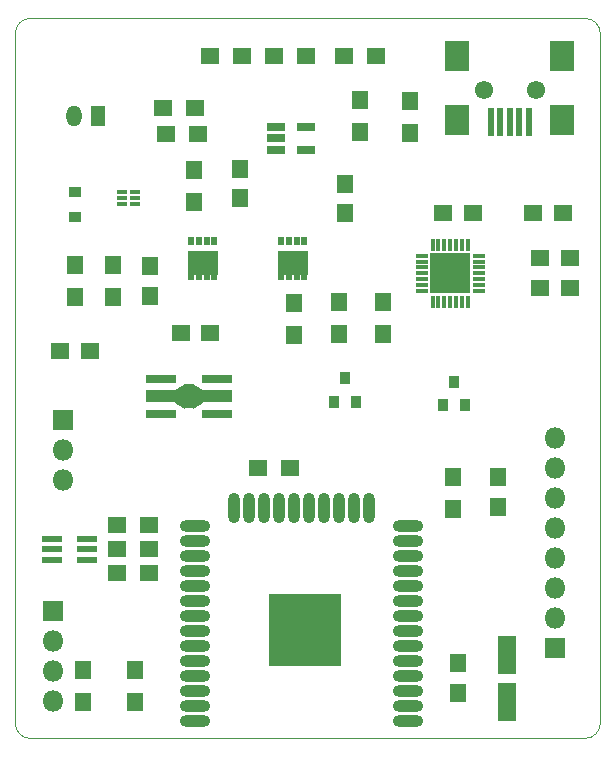
<source format=gts>
G04 #@! TF.FileFunction,Soldermask,Top*
%FSLAX46Y46*%
G04 Gerber Fmt 4.6, Leading zero omitted, Abs format (unit mm)*
G04 Created by KiCad (PCBNEW 4.0.6) date 08/10/17 19:56:54*
%MOMM*%
%LPD*%
G01*
G04 APERTURE LIST*
%ADD10C,0.100000*%
%ADD11R,0.532000X0.732000*%
%ADD12R,0.602000X0.512000*%
%ADD13R,2.552000X2.002000*%
%ADD14O,2.602000X1.002000*%
%ADD15O,1.002000X2.602000*%
%ADD16R,6.102000X6.102000*%
%ADD17R,1.802000X1.802000*%
%ADD18O,1.802000X1.802000*%
%ADD19R,1.002000X0.902000*%
%ADD20R,1.302000X1.802000*%
%ADD21O,1.302000X1.802000*%
%ADD22R,2.602000X0.802000*%
%ADD23R,2.602000X1.102000*%
%ADD24R,0.902000X2.102000*%
%ADD25R,1.402000X1.602000*%
%ADD26R,0.602000X2.352000*%
%ADD27R,2.102000X2.602000*%
%ADD28C,1.552000*%
%ADD29R,1.352000X1.602000*%
%ADD30R,1.602000X3.302000*%
%ADD31R,1.602000X1.352000*%
%ADD32R,1.502000X0.702000*%
%ADD33R,0.952000X0.382000*%
%ADD34R,0.852000X0.382000*%
%ADD35R,1.102000X0.402000*%
%ADD36R,0.402000X1.102000*%
%ADD37R,3.452000X3.452000*%
%ADD38R,1.702000X0.602000*%
%ADD39R,0.902000X1.002000*%
%ADD40R,1.602000X1.402000*%
G04 APERTURE END LIST*
D10*
X118110000Y-59690000D02*
G75*
G03X116840000Y-60960000I0J-1270000D01*
G01*
X116840000Y-119380000D02*
G75*
G03X118110000Y-120650000I1270000J0D01*
G01*
X165100000Y-120650000D02*
G75*
G03X166370000Y-119380000I0J1270000D01*
G01*
X166370000Y-60960000D02*
G75*
G03X165100000Y-59690000I-1270000J0D01*
G01*
X165100000Y-120650000D02*
X118110000Y-120650000D01*
X166370000Y-60960000D02*
X166370000Y-119380000D01*
X118110000Y-59690000D02*
X165100000Y-59690000D01*
X116840000Y-60960000D02*
X116840000Y-119380000D01*
D11*
X141310000Y-78566000D03*
X140660000Y-78566000D03*
X140010000Y-78566000D03*
X139360000Y-78566000D03*
D12*
X139360000Y-81546000D03*
X140010000Y-81546000D03*
X140660000Y-81546000D03*
X141310000Y-81546000D03*
D13*
X140335000Y-80391000D03*
D12*
X131740000Y-81555000D03*
X132390000Y-81555000D03*
X133040000Y-81555000D03*
X133690000Y-81555000D03*
D13*
X132715000Y-80400000D03*
D11*
X131740000Y-78575000D03*
X133690000Y-78575000D03*
X132390000Y-78575000D03*
X133040000Y-78575000D03*
D14*
X132051000Y-119169000D03*
X132051000Y-117899000D03*
X132051000Y-116629000D03*
X132051000Y-115359000D03*
X132051000Y-114089000D03*
X132051000Y-112819000D03*
X132051000Y-111549000D03*
X132051000Y-110279000D03*
X132051000Y-109009000D03*
X132051000Y-107739000D03*
X132051000Y-106469000D03*
X132051000Y-105199000D03*
X132051000Y-103929000D03*
X132051000Y-102659000D03*
D15*
X135336000Y-101169000D03*
X136606000Y-101169000D03*
X137876000Y-101169000D03*
X139146000Y-101169000D03*
X140416000Y-101169000D03*
X141686000Y-101169000D03*
X142956000Y-101169000D03*
X144226000Y-101169000D03*
X145496000Y-101169000D03*
X146766000Y-101169000D03*
D14*
X150051000Y-102659000D03*
X150051000Y-103929000D03*
X150051000Y-105199000D03*
X150051000Y-106469000D03*
X150051000Y-107739000D03*
X150051000Y-109009000D03*
X150051000Y-110279000D03*
X150051000Y-111549000D03*
X150051000Y-112819000D03*
X150051000Y-114089000D03*
X150051000Y-115359000D03*
X150051000Y-116629000D03*
X150051000Y-117899000D03*
X150051000Y-119169000D03*
D16*
X141351000Y-111469000D03*
D17*
X162560000Y-113030000D03*
D18*
X162560000Y-110490000D03*
X162560000Y-107950000D03*
X162560000Y-105410000D03*
X162560000Y-102870000D03*
X162560000Y-100330000D03*
X162560000Y-97790000D03*
X162560000Y-95250000D03*
D19*
X121920000Y-76488000D03*
X121920000Y-74388000D03*
D20*
X123825000Y-67945000D03*
D21*
X121825000Y-67945000D03*
D10*
G36*
X131218000Y-92745000D02*
X130366000Y-92245000D01*
X130366000Y-91143000D01*
X131218000Y-90643000D01*
X131218000Y-92745000D01*
X131218000Y-92745000D01*
G37*
D22*
X129222000Y-93194000D03*
X129222000Y-90194000D03*
X133922000Y-93194000D03*
D23*
X133922000Y-91694000D03*
D22*
X133922000Y-90194000D03*
D23*
X129222000Y-91694000D03*
D10*
G36*
X131926000Y-90643000D02*
X132778000Y-91143000D01*
X132778000Y-92245000D01*
X131926000Y-92745000D01*
X131926000Y-90643000D01*
X131926000Y-90643000D01*
G37*
D24*
X131572000Y-91694000D03*
D25*
X144272000Y-83740000D03*
X144272000Y-86440000D03*
D26*
X160309000Y-68461000D03*
X159509000Y-68461000D03*
X158709000Y-68461000D03*
X157909000Y-68461000D03*
X157109000Y-68461000D03*
D27*
X154259000Y-68336000D03*
X154259000Y-62886000D03*
X163159000Y-62886000D03*
X163159000Y-68336000D03*
D28*
X160909000Y-65786000D03*
X156509000Y-65786000D03*
D29*
X144780000Y-73680000D03*
X144780000Y-76180000D03*
D30*
X158496000Y-113570000D03*
X158496000Y-117570000D03*
D29*
X154305000Y-114300000D03*
X154305000Y-116800000D03*
D31*
X161310000Y-80010000D03*
X163810000Y-80010000D03*
D29*
X157734000Y-101052000D03*
X157734000Y-98552000D03*
X135890000Y-72410000D03*
X135890000Y-74910000D03*
D31*
X130850000Y-86360000D03*
X133350000Y-86360000D03*
X161290000Y-82550000D03*
X163790000Y-82550000D03*
X120650000Y-87884000D03*
X123150000Y-87884000D03*
D29*
X128270000Y-83165000D03*
X128270000Y-80665000D03*
D31*
X155555000Y-76200000D03*
X153055000Y-76200000D03*
X160675000Y-76200000D03*
X163175000Y-76200000D03*
D25*
X150276560Y-66706760D03*
X150276560Y-69406760D03*
X146050000Y-69295000D03*
X146050000Y-66595000D03*
D32*
X138958000Y-68900000D03*
X138958000Y-69850000D03*
X138958000Y-70800000D03*
X141458000Y-70800000D03*
X141458000Y-68900000D03*
D33*
X126950000Y-75430000D03*
D34*
X127000000Y-74930000D03*
X127000000Y-74430000D03*
X125850000Y-75430000D03*
X125850000Y-74930000D03*
X125850000Y-74430000D03*
D35*
X156070000Y-82780000D03*
X156070000Y-82280000D03*
X156070000Y-81780000D03*
X156070000Y-81280000D03*
X156070000Y-80780000D03*
X156070000Y-80280000D03*
X156070000Y-79780000D03*
D36*
X155170000Y-78880000D03*
X154670000Y-78880000D03*
X154170000Y-78880000D03*
X153670000Y-78880000D03*
X153170000Y-78880000D03*
X152670000Y-78880000D03*
X152170000Y-78880000D03*
D35*
X151270000Y-79780000D03*
X151270000Y-80280000D03*
X151270000Y-80780000D03*
X151270000Y-81280000D03*
X151270000Y-81780000D03*
X151270000Y-82280000D03*
X151270000Y-82780000D03*
D36*
X152170000Y-83680000D03*
X152670000Y-83680000D03*
X153170000Y-83680000D03*
X153670000Y-83680000D03*
X154170000Y-83680000D03*
X154670000Y-83680000D03*
X155170000Y-83680000D03*
D37*
X153670000Y-81280000D03*
D38*
X119937000Y-103748000D03*
X119937000Y-104648000D03*
X119937000Y-105548000D03*
X122887000Y-105548000D03*
X122887000Y-104648000D03*
X122887000Y-103748000D03*
D39*
X143830000Y-92170000D03*
X145730000Y-92170000D03*
X144780000Y-90170000D03*
X153035000Y-92440000D03*
X154935000Y-92440000D03*
X153985000Y-90440000D03*
D40*
X147400000Y-62865000D03*
X144700000Y-62865000D03*
X141478000Y-62865000D03*
X138778000Y-62865000D03*
D25*
X147955000Y-83740000D03*
X147955000Y-86440000D03*
X153924000Y-98552000D03*
X153924000Y-101252000D03*
D40*
X136017000Y-62865000D03*
X133317000Y-62865000D03*
D25*
X140462000Y-83820000D03*
X140462000Y-86520000D03*
D40*
X128143000Y-102616000D03*
X125443000Y-102616000D03*
X137414000Y-97790000D03*
X140114000Y-97790000D03*
D25*
X122555000Y-114855000D03*
X122555000Y-117555000D03*
X127000000Y-117555000D03*
X127000000Y-114855000D03*
D40*
X132080000Y-67310000D03*
X129380000Y-67310000D03*
D25*
X131953000Y-72517000D03*
X131953000Y-75217000D03*
D40*
X125443000Y-104648000D03*
X128143000Y-104648000D03*
D25*
X121920000Y-83265000D03*
X121920000Y-80565000D03*
X125095000Y-83265000D03*
X125095000Y-80565000D03*
D40*
X125443000Y-106680000D03*
X128143000Y-106680000D03*
X132334000Y-69469000D03*
X129634000Y-69469000D03*
D17*
X120015000Y-109855000D03*
D18*
X120015000Y-112395000D03*
X120015000Y-114935000D03*
X120015000Y-117475000D03*
D17*
X120904000Y-93726000D03*
D18*
X120904000Y-96266000D03*
X120904000Y-98806000D03*
M02*

</source>
